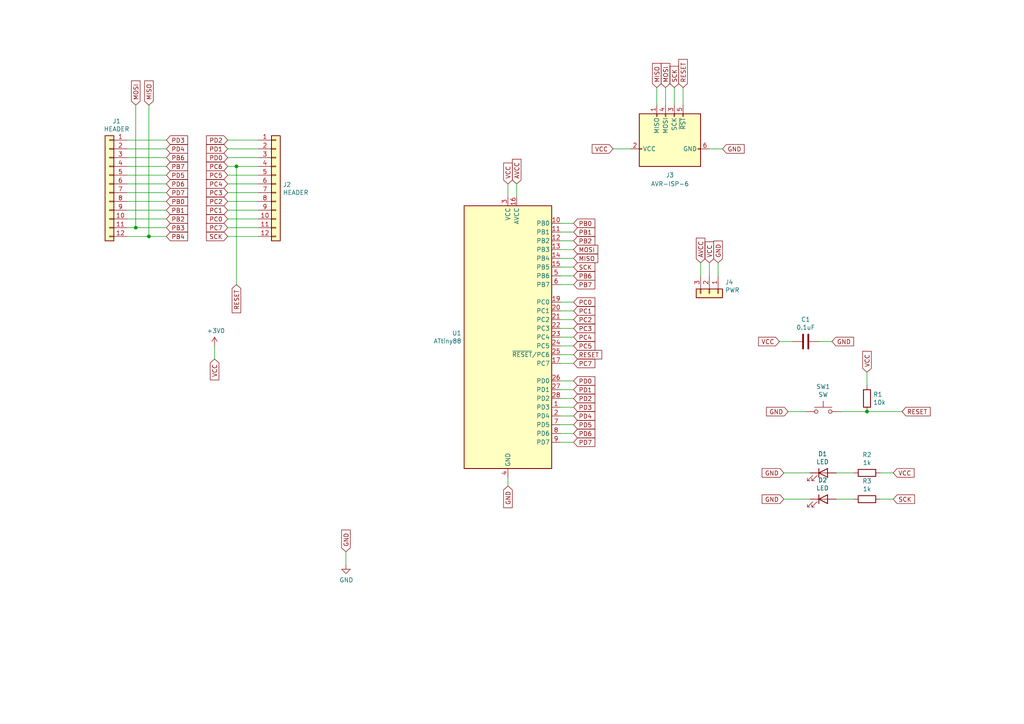
<source format=kicad_sch>
(kicad_sch (version 20201015) (generator eeschema)
  (paper "A4")
  (title_block (title "Breakout board for ATTiny 88") (date "2020-12-09") (rev "V 1.0.0.1") (comment 3 "License: Mozilla Public License 2.0") (comment 4 "Author: John Varghese"))
  (lib_symbols
    (symbol "Breakout_for_attiny88-rescue:ATtiny88-MMU-MCU_Microchip_ATtiny"
      (property "Reference" "U" (at -12.7 39.37 0))
      (property "Value" "ATtiny88-MMU-MCU_Microchip_ATtiny" (at 2.54 -39.37 0))
      (symbol "ATtiny88-MMU-MCU_Microchip_ATtiny_0_1"
        (rectangle (start -12.7 -38.1) (end 12.7 38.1) (stroke (width 0.254)) (fill (type background)))
      )
      (symbol "ATtiny88-MMU-MCU_Microchip_ATtiny_1_1"
        (pin bidirectional line (at 15.24 -20.32 180) (length 2.54) (name "PD3") (number "1"))
        (pin bidirectional line (at 15.24 33.02 180) (length 2.54) (name "PB0") (number "10"))
        (pin bidirectional line (at 15.24 30.48 180) (length 2.54) (name "PB1") (number "11"))
        (pin bidirectional line (at 15.24 27.94 180) (length 2.54) (name "PB2") (number "12"))
        (pin bidirectional line (at 15.24 25.4 180) (length 2.54) (name "PB3") (number "13"))
        (pin bidirectional line (at 15.24 22.86 180) (length 2.54) (name "PB4") (number "14"))
        (pin bidirectional line (at 15.24 20.32 180) (length 2.54) (name "PB5") (number "15"))
        (pin power_in line (at 2.54 40.64 270) (length 2.54) (name "AVCC") (number "16"))
        (pin bidirectional line (at 15.24 -7.62 180) (length 2.54) (name "PC7") (number "17"))
        (pin passive line (at 0 -40.64 90) (length 2.54) hide (name "GND") (number "18"))
        (pin bidirectional line (at 15.24 10.16 180) (length 2.54) (name "PC0") (number "19"))
        (pin bidirectional line (at 15.24 -22.86 180) (length 2.54) (name "PD4") (number "2"))
        (pin bidirectional line (at 15.24 7.62 180) (length 2.54) (name "PC1") (number "20"))
        (pin bidirectional line (at 15.24 5.08 180) (length 2.54) (name "PC2") (number "21"))
        (pin bidirectional line (at 15.24 2.54 180) (length 2.54) (name "PC3") (number "22"))
        (pin bidirectional line (at 15.24 0 180) (length 2.54) (name "PC4") (number "23"))
        (pin bidirectional line (at 15.24 -2.54 180) (length 2.54) (name "PC5") (number "24"))
        (pin bidirectional line (at 15.24 -5.08 180) (length 2.54) (name "~RESET~/PC6") (number "25"))
        (pin bidirectional line (at 15.24 -12.7 180) (length 2.54) (name "PD0") (number "26"))
        (pin bidirectional line (at 15.24 -15.24 180) (length 2.54) (name "PD1") (number "27"))
        (pin bidirectional line (at 15.24 -17.78 180) (length 2.54) (name "PD2") (number "28"))
        (pin passive line (at 0 -40.64 90) (length 2.54) hide (name "GND") (number "29"))
        (pin power_in line (at 0 40.64 270) (length 2.54) (name "VCC") (number "3"))
        (pin power_in line (at 0 -40.64 90) (length 2.54) (name "GND") (number "4"))
        (pin bidirectional line (at 15.24 17.78 180) (length 2.54) (name "PB6") (number "5"))
        (pin bidirectional line (at 15.24 15.24 180) (length 2.54) (name "PB7") (number "6"))
        (pin bidirectional line (at 15.24 -25.4 180) (length 2.54) (name "PD5") (number "7"))
        (pin bidirectional line (at 15.24 -27.94 180) (length 2.54) (name "PD6") (number "8"))
        (pin bidirectional line (at 15.24 -30.48 180) (length 2.54) (name "PD7") (number "9"))
      )
    )
    (symbol "Connector:AVR-ISP-6" (pin_names (offset 1.016))
      (property "Reference" "J" (at -6.35 11.43 0))
      (property "Value" "AVR-ISP-6" (at 0 11.43 0))
      (symbol "AVR-ISP-6_0_1"
        (rectangle (start -2.667 -6.858) (end -2.413 -7.62))
        (rectangle (start -2.667 10.16) (end -2.413 9.398))
        (rectangle (start 7.62 -2.413) (end 6.858 -2.667))
        (rectangle (start 7.62 0.127) (end 6.858 -0.127))
        (rectangle (start 7.62 2.667) (end 6.858 2.413))
        (rectangle (start 7.62 5.207) (end 6.858 4.953))
        (rectangle (start 7.62 10.16) (end -7.62 -7.62) (stroke (width 0.254)) (fill (type background)))
      )
      (symbol "AVR-ISP-6_1_1"
        (pin passive line (at 10.16 5.08 180) (length 2.54) (name "MISO") (number "1"))
        (pin passive line (at -2.54 12.7 270) (length 2.54) (name "VCC") (number "2"))
        (pin passive line (at 10.16 0 180) (length 2.54) (name "SCK") (number "3"))
        (pin passive line (at 10.16 2.54 180) (length 2.54) (name "MOSI") (number "4"))
        (pin passive line (at 10.16 -2.54 180) (length 2.54) (name "~RST") (number "5"))
        (pin passive line (at -2.54 -10.16 90) (length 2.54) (name "GND") (number "6"))
      )
    )
    (symbol "Connector_Generic:Conn_01x03" (pin_names (offset 1.016) hide)
      (property "Reference" "J" (at 0 5.08 0))
      (property "Value" "Conn_01x03" (at 0 -5.08 0))
      (symbol "Conn_01x03_1_1"
        (rectangle (start -1.27 -2.413) (end 0 -2.667) (stroke (width 0.1524)))
        (rectangle (start -1.27 2.667) (end 0 2.413) (stroke (width 0.1524)))
        (rectangle (start -1.27 3.81) (end 1.27 -3.81) (stroke (width 0.254)) (fill (type background)))
        (rectangle (start -1.27 0.127) (end 0 -0.127) (stroke (width 0.1524)))
        (pin passive line (at -5.08 2.54 0) (length 3.81) (name "Pin_1") (number "1"))
        (pin passive line (at -5.08 0 0) (length 3.81) (name "Pin_2") (number "2"))
        (pin passive line (at -5.08 -2.54 0) (length 3.81) (name "Pin_3") (number "3"))
      )
    )
    (symbol "Connector_Generic:Conn_01x12" (pin_names (offset 1.016) hide)
      (property "Reference" "J" (at 0 15.24 0))
      (property "Value" "Conn_01x12" (at 0 -17.78 0))
      (symbol "Conn_01x12_1_1"
        (rectangle (start -1.27 -4.953) (end 0 -5.207) (stroke (width 0.1524)))
        (rectangle (start -1.27 -7.493) (end 0 -7.747) (stroke (width 0.1524)))
        (rectangle (start -1.27 -10.033) (end 0 -10.287) (stroke (width 0.1524)))
        (rectangle (start -1.27 -12.573) (end 0 -12.827) (stroke (width 0.1524)))
        (rectangle (start -1.27 -15.113) (end 0 -15.367) (stroke (width 0.1524)))
        (rectangle (start -1.27 -2.413) (end 0 -2.667) (stroke (width 0.1524)))
        (rectangle (start -1.27 2.667) (end 0 2.413) (stroke (width 0.1524)))
        (rectangle (start -1.27 5.207) (end 0 4.953) (stroke (width 0.1524)))
        (rectangle (start -1.27 7.747) (end 0 7.493) (stroke (width 0.1524)))
        (rectangle (start -1.27 10.287) (end 0 10.033) (stroke (width 0.1524)))
        (rectangle (start -1.27 0.127) (end 0 -0.127) (stroke (width 0.1524)))
        (rectangle (start -1.27 12.827) (end 0 12.573) (stroke (width 0.1524)))
        (rectangle (start -1.27 13.97) (end 1.27 -16.51) (stroke (width 0.254)) (fill (type background)))
        (pin passive line (at -5.08 12.7 0) (length 3.81) (name "Pin_1") (number "1"))
        (pin passive line (at -5.08 -10.16 0) (length 3.81) (name "Pin_10") (number "10"))
        (pin passive line (at -5.08 -12.7 0) (length 3.81) (name "Pin_11") (number "11"))
        (pin passive line (at -5.08 -15.24 0) (length 3.81) (name "Pin_12") (number "12"))
        (pin passive line (at -5.08 10.16 0) (length 3.81) (name "Pin_2") (number "2"))
        (pin passive line (at -5.08 7.62 0) (length 3.81) (name "Pin_3") (number "3"))
        (pin passive line (at -5.08 5.08 0) (length 3.81) (name "Pin_4") (number "4"))
        (pin passive line (at -5.08 2.54 0) (length 3.81) (name "Pin_5") (number "5"))
        (pin passive line (at -5.08 0 0) (length 3.81) (name "Pin_6") (number "6"))
        (pin passive line (at -5.08 -2.54 0) (length 3.81) (name "Pin_7") (number "7"))
        (pin passive line (at -5.08 -5.08 0) (length 3.81) (name "Pin_8") (number "8"))
        (pin passive line (at -5.08 -7.62 0) (length 3.81) (name "Pin_9") (number "9"))
      )
    )
    (symbol "Device:C" (pin_numbers hide) (pin_names (offset 0.254))
      (property "Reference" "C" (at 0.635 2.54 0))
      (property "Value" "C" (at 0.635 -2.54 0))
      (symbol "C_0_1"
        (polyline (pts (xy -2.032 -0.762) (xy 2.032 -0.762)) (stroke (width 0.508)))
        (polyline (pts (xy -2.032 0.762) (xy 2.032 0.762)) (stroke (width 0.508)))
      )
      (symbol "C_1_1"
        (pin passive line (at 0 3.81 270) (length 2.794) (name "~") (number "1"))
        (pin passive line (at 0 -3.81 90) (length 2.794) (name "~") (number "2"))
      )
    )
    (symbol "Device:LED" (pin_numbers hide) (pin_names (offset 1.016) hide)
      (property "Reference" "D" (at 0 2.54 0))
      (property "Value" "LED" (at 0 -2.54 0))
      (symbol "LED_0_1"
        (polyline (pts (xy -1.27 -1.27) (xy -1.27 1.27)) (stroke (width 0.254)))
        (polyline (pts (xy -1.27 0) (xy 1.27 0)))
        (polyline (pts (xy 1.27 -1.27) (xy 1.27 1.27) (xy -1.27 0) (xy 1.27 -1.27)) (stroke (width 0.254)))
        (polyline (pts (xy -3.048 -0.762) (xy -4.572 -2.286) (xy -3.81 -2.286) (xy -4.572 -2.286) (xy -4.572 -1.524)))
        (polyline (pts (xy -1.778 -0.762) (xy -3.302 -2.286) (xy -2.54 -2.286) (xy -3.302 -2.286) (xy -3.302 -1.524)))
      )
      (symbol "LED_1_1"
        (pin passive line (at -3.81 0 0) (length 2.54) (name "K") (number "1"))
        (pin passive line (at 3.81 0 180) (length 2.54) (name "A") (number "2"))
      )
    )
    (symbol "Device:R" (pin_numbers hide) (pin_names (offset 0))
      (property "Reference" "R" (at 2.032 0 90))
      (property "Value" "R" (at 0 0 90))
      (symbol "R_0_1"
        (rectangle (start -1.016 -2.54) (end 1.016 2.54) (stroke (width 0.254)))
      )
      (symbol "R_1_1"
        (pin passive line (at 0 3.81 270) (length 1.27) (name "~") (number "1"))
        (pin passive line (at 0 -3.81 90) (length 1.27) (name "~") (number "2"))
      )
    )
    (symbol "Switch:SW_Push" (pin_numbers hide) (pin_names (offset 1.016) hide)
      (property "Reference" "SW" (at 1.27 2.54 0))
      (property "Value" "SW_Push" (at 0 -1.524 0))
      (symbol "SW_Push_0_1"
        (circle (center -2.032 0) (radius 0.508))
        (circle (center 2.032 0) (radius 0.508))
        (polyline (pts (xy 0 1.27) (xy 0 3.048)))
        (polyline (pts (xy 2.54 1.27) (xy -2.54 1.27)))
        (pin passive line (at -5.08 0 0) (length 2.54) (name "1") (number "1"))
        (pin passive line (at 5.08 0 180) (length 2.54) (name "2") (number "2"))
      )
    )
    (symbol "power:+3V0" (power) (pin_names (offset 0))
      (property "Value" "+3V0" (at 0 3.556 0))
      (symbol "+3V0_0_1"
        (polyline (pts (xy -0.762 1.27) (xy 0 2.54)))
        (polyline (pts (xy 0 0) (xy 0 2.54)))
        (polyline (pts (xy 0 2.54) (xy 0.762 1.27)))
      )
      (symbol "+3V0_1_1"
        (pin power_in line (at 0 0 90) (length 0) hide (name "+3V0") (number "1"))
      )
    )
    (symbol "power:GND" (power) (pin_names (offset 0))
      (property "Value" "GND" (at 0 -3.81 0))
      (symbol "GND_0_1"
        (polyline (pts (xy 0 0) (xy 0 -1.27) (xy 1.27 -1.27) (xy 0 -2.54) (xy -1.27 -1.27) (xy 0 -1.27)))
      )
      (symbol "GND_1_1"
        (pin power_in line (at 0 0 270) (length 0) hide (name "GND") (number "1"))
      )
    )
  )
  (junction (at 39.37 66.04) (diameter 0.9144))
  (junction (at 43.18 68.58) (diameter 0.9144))
  (junction (at 68.58 48.26) (diameter 0.9144))
  (junction (at 251.46 119.38) (diameter 0.9144))
  (wire (pts (xy 36.83 40.64) (xy 48.26 40.64)))
  (wire (pts (xy 36.83 45.72) (xy 48.26 45.72)))
  (wire (pts (xy 36.83 48.26) (xy 48.26 48.26)))
  (wire (pts (xy 36.83 50.8) (xy 48.26 50.8)))
  (wire (pts (xy 36.83 53.34) (xy 48.26 53.34)))
  (wire (pts (xy 36.83 55.88) (xy 48.26 55.88)))
  (wire (pts (xy 36.83 60.96) (xy 48.26 60.96)))
  (wire (pts (xy 36.83 66.04) (xy 39.37 66.04)))
  (wire (pts (xy 39.37 30.48) (xy 39.37 66.04)))
  (wire (pts (xy 39.37 66.04) (xy 48.26 66.04)))
  (wire (pts (xy 43.18 30.48) (xy 43.18 68.58)))
  (wire (pts (xy 43.18 68.58) (xy 36.83 68.58)))
  (wire (pts (xy 48.26 43.18) (xy 36.83 43.18)))
  (wire (pts (xy 48.26 58.42) (xy 36.83 58.42)))
  (wire (pts (xy 48.26 63.5) (xy 36.83 63.5)))
  (wire (pts (xy 48.26 68.58) (xy 43.18 68.58)))
  (wire (pts (xy 62.23 100.33) (xy 62.23 104.14)))
  (wire (pts (xy 66.04 43.18) (xy 74.93 43.18)))
  (wire (pts (xy 66.04 48.26) (xy 68.58 48.26)))
  (wire (pts (xy 66.04 53.34) (xy 74.93 53.34)))
  (wire (pts (xy 66.04 58.42) (xy 74.93 58.42)))
  (wire (pts (xy 66.04 63.5) (xy 74.93 63.5)))
  (wire (pts (xy 66.04 68.58) (xy 74.93 68.58)))
  (wire (pts (xy 68.58 48.26) (xy 74.93 48.26)))
  (wire (pts (xy 68.58 82.55) (xy 68.58 48.26)))
  (wire (pts (xy 74.93 40.64) (xy 66.04 40.64)))
  (wire (pts (xy 74.93 45.72) (xy 66.04 45.72)))
  (wire (pts (xy 74.93 50.8) (xy 66.04 50.8)))
  (wire (pts (xy 74.93 55.88) (xy 66.04 55.88)))
  (wire (pts (xy 74.93 60.96) (xy 66.04 60.96)))
  (wire (pts (xy 74.93 66.04) (xy 66.04 66.04)))
  (wire (pts (xy 100.33 160.02) (xy 100.33 163.83)))
  (wire (pts (xy 147.32 53.34) (xy 147.32 57.15)))
  (wire (pts (xy 147.32 138.43) (xy 147.32 140.97)))
  (wire (pts (xy 149.86 53.34) (xy 149.86 57.15)))
  (wire (pts (xy 162.56 74.93) (xy 166.37 74.93)))
  (wire (pts (xy 162.56 80.01) (xy 166.37 80.01)))
  (wire (pts (xy 162.56 87.63) (xy 166.37 87.63)))
  (wire (pts (xy 166.37 64.77) (xy 162.56 64.77)))
  (wire (pts (xy 166.37 67.31) (xy 162.56 67.31)))
  (wire (pts (xy 166.37 69.85) (xy 162.56 69.85)))
  (wire (pts (xy 166.37 72.39) (xy 162.56 72.39)))
  (wire (pts (xy 166.37 77.47) (xy 162.56 77.47)))
  (wire (pts (xy 166.37 82.55) (xy 162.56 82.55)))
  (wire (pts (xy 166.37 90.17) (xy 162.56 90.17)))
  (wire (pts (xy 166.37 92.71) (xy 162.56 92.71)))
  (wire (pts (xy 166.37 95.25) (xy 162.56 95.25)))
  (wire (pts (xy 166.37 97.79) (xy 162.56 97.79)))
  (wire (pts (xy 166.37 100.33) (xy 162.56 100.33)))
  (wire (pts (xy 166.37 102.87) (xy 162.56 102.87)))
  (wire (pts (xy 166.37 105.41) (xy 162.56 105.41)))
  (wire (pts (xy 166.37 110.49) (xy 162.56 110.49)))
  (wire (pts (xy 166.37 113.03) (xy 162.56 113.03)))
  (wire (pts (xy 166.37 115.57) (xy 162.56 115.57)))
  (wire (pts (xy 166.37 118.11) (xy 162.56 118.11)))
  (wire (pts (xy 166.37 120.65) (xy 162.56 120.65)))
  (wire (pts (xy 166.37 123.19) (xy 162.56 123.19)))
  (wire (pts (xy 166.37 125.73) (xy 162.56 125.73)))
  (wire (pts (xy 166.37 128.27) (xy 162.56 128.27)))
  (wire (pts (xy 177.8 43.18) (xy 182.88 43.18)))
  (wire (pts (xy 190.5 25.4) (xy 190.5 30.48)))
  (wire (pts (xy 193.04 25.4) (xy 193.04 30.48)))
  (wire (pts (xy 195.58 25.4) (xy 195.58 30.48)))
  (wire (pts (xy 198.12 25.4) (xy 198.12 30.48)))
  (wire (pts (xy 203.2 76.2) (xy 203.2 80.01)))
  (wire (pts (xy 205.74 43.18) (xy 209.55 43.18)))
  (wire (pts (xy 205.74 76.2) (xy 205.74 80.01)))
  (wire (pts (xy 208.28 76.2) (xy 208.28 80.01)))
  (wire (pts (xy 226.06 99.06) (xy 229.87 99.06)))
  (wire (pts (xy 228.6 119.38) (xy 233.68 119.38)))
  (wire (pts (xy 234.95 137.16) (xy 227.33 137.16)))
  (wire (pts (xy 234.95 144.78) (xy 227.33 144.78)))
  (wire (pts (xy 237.49 99.06) (xy 241.3 99.06)))
  (wire (pts (xy 243.84 119.38) (xy 251.46 119.38)))
  (wire (pts (xy 247.65 137.16) (xy 242.57 137.16)))
  (wire (pts (xy 247.65 144.78) (xy 242.57 144.78)))
  (wire (pts (xy 251.46 107.95) (xy 251.46 111.76)))
  (wire (pts (xy 251.46 119.38) (xy 261.62 119.38)))
  (wire (pts (xy 259.08 137.16) (xy 255.27 137.16)))
  (wire (pts (xy 259.08 144.78) (xy 255.27 144.78)))
  (global_label "MOSI" (shape input) (at 39.37 30.48 90) (property "Intersheet References" "${INTERSHEET_REFS}" (effects hide)))
  (global_label "MISO" (shape input) (at 43.18 30.48 90) (property "Intersheet References" "${INTERSHEET_REFS}" (effects hide)))
  (global_label "PD3" (shape input) (at 48.26 40.64 0) (property "Intersheet References" "${INTERSHEET_REFS}" (effects hide)))
  (global_label "PD4" (shape input) (at 48.26 43.18 0) (property "Intersheet References" "${INTERSHEET_REFS}" (effects hide)))
  (global_label "PB6" (shape input) (at 48.26 45.72 0) (property "Intersheet References" "${INTERSHEET_REFS}" (effects hide)))
  (global_label "PB7" (shape input) (at 48.26 48.26 0) (property "Intersheet References" "${INTERSHEET_REFS}" (effects hide)))
  (global_label "PD5" (shape input) (at 48.26 50.8 0) (property "Intersheet References" "${INTERSHEET_REFS}" (effects hide)))
  (global_label "PD6" (shape input) (at 48.26 53.34 0) (property "Intersheet References" "${INTERSHEET_REFS}" (effects hide)))
  (global_label "PD7" (shape input) (at 48.26 55.88 0) (property "Intersheet References" "${INTERSHEET_REFS}" (effects hide)))
  (global_label "PB0" (shape input) (at 48.26 58.42 0) (property "Intersheet References" "${INTERSHEET_REFS}" (effects hide)))
  (global_label "PB1" (shape input) (at 48.26 60.96 0) (property "Intersheet References" "${INTERSHEET_REFS}" (effects hide)))
  (global_label "PB2" (shape input) (at 48.26 63.5 0) (property "Intersheet References" "${INTERSHEET_REFS}" (effects hide)))
  (global_label "PB3" (shape input) (at 48.26 66.04 0) (property "Intersheet References" "${INTERSHEET_REFS}" (effects hide)))
  (global_label "PB4" (shape input) (at 48.26 68.58 0) (property "Intersheet References" "${INTERSHEET_REFS}" (effects hide)))
  (global_label "VCC" (shape input) (at 62.23 104.14 270) (property "Intersheet References" "${INTERSHEET_REFS}" (effects hide)))
  (global_label "PD2" (shape input) (at 66.04 40.64 180) (property "Intersheet References" "${INTERSHEET_REFS}" (effects hide)))
  (global_label "PD1" (shape input) (at 66.04 43.18 180) (property "Intersheet References" "${INTERSHEET_REFS}" (effects hide)))
  (global_label "PD0" (shape input) (at 66.04 45.72 180) (property "Intersheet References" "${INTERSHEET_REFS}" (effects hide)))
  (global_label "PC6" (shape input) (at 66.04 48.26 180) (property "Intersheet References" "${INTERSHEET_REFS}" (effects hide)))
  (global_label "PC5" (shape input) (at 66.04 50.8 180) (property "Intersheet References" "${INTERSHEET_REFS}" (effects hide)))
  (global_label "PC4" (shape input) (at 66.04 53.34 180) (property "Intersheet References" "${INTERSHEET_REFS}" (effects hide)))
  (global_label "PC3" (shape input) (at 66.04 55.88 180) (property "Intersheet References" "${INTERSHEET_REFS}" (effects hide)))
  (global_label "PC2" (shape input) (at 66.04 58.42 180) (property "Intersheet References" "${INTERSHEET_REFS}" (effects hide)))
  (global_label "PC1" (shape input) (at 66.04 60.96 180) (property "Intersheet References" "${INTERSHEET_REFS}" (effects hide)))
  (global_label "PC0" (shape input) (at 66.04 63.5 180) (property "Intersheet References" "${INTERSHEET_REFS}" (effects hide)))
  (global_label "PC7" (shape input) (at 66.04 66.04 180) (property "Intersheet References" "${INTERSHEET_REFS}" (effects hide)))
  (global_label "SCK" (shape input) (at 66.04 68.58 180) (property "Intersheet References" "${INTERSHEET_REFS}" (effects hide)))
  (global_label "RESET" (shape input) (at 68.58 82.55 270) (property "Intersheet References" "${INTERSHEET_REFS}" (effects hide)))
  (global_label "GND" (shape input) (at 100.33 160.02 90) (property "Intersheet References" "${INTERSHEET_REFS}" (effects hide)))
  (global_label "VCC" (shape input) (at 147.32 53.34 90) (property "Intersheet References" "${INTERSHEET_REFS}" (effects hide)))
  (global_label "GND" (shape input) (at 147.32 140.97 270) (property "Intersheet References" "${INTERSHEET_REFS}" (effects hide)))
  (global_label "AVCC" (shape input) (at 149.86 53.34 90) (property "Intersheet References" "${INTERSHEET_REFS}" (effects hide)))
  (global_label "PB0" (shape input) (at 166.37 64.77 0) (property "Intersheet References" "${INTERSHEET_REFS}" (effects hide)))
  (global_label "PB1" (shape input) (at 166.37 67.31 0) (property "Intersheet References" "${INTERSHEET_REFS}" (effects hide)))
  (global_label "PB2" (shape input) (at 166.37 69.85 0) (property "Intersheet References" "${INTERSHEET_REFS}" (effects hide)))
  (global_label "MOSI" (shape input) (at 166.37 72.39 0) (property "Intersheet References" "${INTERSHEET_REFS}" (effects hide)))
  (global_label "MISO" (shape input) (at 166.37 74.93 0) (property "Intersheet References" "${INTERSHEET_REFS}" (effects hide)))
  (global_label "SCK" (shape input) (at 166.37 77.47 0) (property "Intersheet References" "${INTERSHEET_REFS}" (effects hide)))
  (global_label "PB6" (shape input) (at 166.37 80.01 0) (property "Intersheet References" "${INTERSHEET_REFS}" (effects hide)))
  (global_label "PB7" (shape input) (at 166.37 82.55 0) (property "Intersheet References" "${INTERSHEET_REFS}" (effects hide)))
  (global_label "PC0" (shape input) (at 166.37 87.63 0) (property "Intersheet References" "${INTERSHEET_REFS}" (effects hide)))
  (global_label "PC1" (shape input) (at 166.37 90.17 0) (property "Intersheet References" "${INTERSHEET_REFS}" (effects hide)))
  (global_label "PC2" (shape input) (at 166.37 92.71 0) (property "Intersheet References" "${INTERSHEET_REFS}" (effects hide)))
  (global_label "PC3" (shape input) (at 166.37 95.25 0) (property "Intersheet References" "${INTERSHEET_REFS}" (effects hide)))
  (global_label "PC4" (shape input) (at 166.37 97.79 0) (property "Intersheet References" "${INTERSHEET_REFS}" (effects hide)))
  (global_label "PC5" (shape input) (at 166.37 100.33 0) (property "Intersheet References" "${INTERSHEET_REFS}" (effects hide)))
  (global_label "RESET" (shape input) (at 166.37 102.87 0) (property "Intersheet References" "${INTERSHEET_REFS}" (effects hide)))
  (global_label "PC7" (shape input) (at 166.37 105.41 0) (property "Intersheet References" "${INTERSHEET_REFS}" (effects hide)))
  (global_label "PD0" (shape input) (at 166.37 110.49 0) (property "Intersheet References" "${INTERSHEET_REFS}" (effects hide)))
  (global_label "PD1" (shape input) (at 166.37 113.03 0) (property "Intersheet References" "${INTERSHEET_REFS}" (effects hide)))
  (global_label "PD2" (shape input) (at 166.37 115.57 0) (property "Intersheet References" "${INTERSHEET_REFS}" (effects hide)))
  (global_label "PD3" (shape input) (at 166.37 118.11 0) (property "Intersheet References" "${INTERSHEET_REFS}" (effects hide)))
  (global_label "PD4" (shape input) (at 166.37 120.65 0) (property "Intersheet References" "${INTERSHEET_REFS}" (effects hide)))
  (global_label "PD5" (shape input) (at 166.37 123.19 0) (property "Intersheet References" "${INTERSHEET_REFS}" (effects hide)))
  (global_label "PD6" (shape input) (at 166.37 125.73 0) (property "Intersheet References" "${INTERSHEET_REFS}" (effects hide)))
  (global_label "PD7" (shape input) (at 166.37 128.27 0) (property "Intersheet References" "${INTERSHEET_REFS}" (effects hide)))
  (global_label "VCC" (shape input) (at 177.8 43.18 180) (property "Intersheet References" "${INTERSHEET_REFS}" (effects hide)))
  (global_label "MISO" (shape input) (at 190.5 25.4 90) (property "Intersheet References" "${INTERSHEET_REFS}" (effects hide)))
  (global_label "MOSI" (shape input) (at 193.04 25.4 90) (property "Intersheet References" "${INTERSHEET_REFS}" (effects hide)))
  (global_label "SCK" (shape input) (at 195.58 25.4 90) (property "Intersheet References" "${INTERSHEET_REFS}" (effects hide)))
  (global_label "RESET" (shape input) (at 198.12 25.4 90) (property "Intersheet References" "${INTERSHEET_REFS}" (effects hide)))
  (global_label "AVCC" (shape input) (at 203.2 76.2 90) (property "Intersheet References" "${INTERSHEET_REFS}" (effects hide)))
  (global_label "VCC" (shape input) (at 205.74 76.2 90) (property "Intersheet References" "${INTERSHEET_REFS}" (effects hide)))
  (global_label "GND" (shape input) (at 208.28 76.2 90) (property "Intersheet References" "${INTERSHEET_REFS}" (effects hide)))
  (global_label "GND" (shape input) (at 209.55 43.18 0) (property "Intersheet References" "${INTERSHEET_REFS}" (effects hide)))
  (global_label "VCC" (shape input) (at 226.06 99.06 180) (property "Intersheet References" "${INTERSHEET_REFS}" (effects hide)))
  (global_label "GND" (shape input) (at 227.33 137.16 180) (property "Intersheet References" "${INTERSHEET_REFS}" (effects hide)))
  (global_label "GND" (shape input) (at 227.33 144.78 180) (property "Intersheet References" "${INTERSHEET_REFS}" (effects hide)))
  (global_label "GND" (shape input) (at 228.6 119.38 180) (property "Intersheet References" "${INTERSHEET_REFS}" (effects hide)))
  (global_label "GND" (shape input) (at 241.3 99.06 0) (property "Intersheet References" "${INTERSHEET_REFS}" (effects hide)))
  (global_label "VCC" (shape input) (at 251.46 107.95 90) (property "Intersheet References" "${INTERSHEET_REFS}" (effects hide)))
  (global_label "VCC" (shape input) (at 259.08 137.16 0) (property "Intersheet References" "${INTERSHEET_REFS}" (effects hide)))
  (global_label "SCK" (shape input) (at 259.08 144.78 0) (property "Intersheet References" "${INTERSHEET_REFS}" (effects hide)))
  (global_label "RESET" (shape input) (at 261.62 119.38 0) (property "Intersheet References" "${INTERSHEET_REFS}" (effects hide)))
  (symbol (lib_id "power:+3V0") (at 62.23 100.33 0) (unit 1)
    (property "Reference" "#PWR0101" (effects hide))
    (property "Value" "+3V0" (at 62.611 95.9358 0))
  )
  (symbol (lib_id "power:GND") (at 100.33 163.83 0) (unit 1)
    (property "Reference" "#PWR0102" (effects hide))
    (property "Value" "GND" (at 100.457 168.2242 0))
  )
  (symbol (lib_id "Device:R") (at 251.46 115.57 0) (unit 1)
    (property "Reference" "R1" (at 253.238 114.4016 0) (effects (justify left)))
    (property "Value" "10k" (at 253.238 116.713 0) (effects (justify left)))
    (property "Footprint" "Resistor_SMD:R_0805_2012Metric_Pad1.20x1.40mm_HandSolder" (effects hide))
  )
  (symbol (lib_id "Device:R") (at 251.46 137.16 270) (unit 1)
    (property "Reference" "R2" (at 251.46 131.9022 90))
    (property "Value" "1k" (at 251.46 134.2136 90))
    (property "Footprint" "Resistors_SMD:R_0805_HandSoldering" (effects hide))
  )
  (symbol (lib_id "Device:R") (at 251.46 144.78 270) (unit 1)
    (property "Reference" "R3" (at 251.46 139.5222 90))
    (property "Value" "1k" (at 251.46 141.8336 90))
    (property "Footprint" "Resistors_SMD:R_0805_HandSoldering" (effects hide))
  )
  (symbol (lib_id "Device:LED") (at 238.76 137.16 0) (unit 1)
    (property "Reference" "D1" (at 238.5822 131.6482 0))
    (property "Value" "LED" (at 238.5822 133.9596 0))
    (property "Footprint" "LED_SMD:LED_0805_2012Metric_Pad1.15x1.40mm_HandSolder" (effects hide))
  )
  (symbol (lib_id "Device:LED") (at 238.76 144.78 0) (unit 1)
    (property "Reference" "D2" (at 238.5822 139.2682 0))
    (property "Value" "LED" (at 238.5822 141.5796 0))
    (property "Footprint" "LED_SMD:LED_0805_2012Metric_Pad1.15x1.40mm_HandSolder" (effects hide))
  )
  (symbol (lib_id "Device:C") (at 233.68 99.06 270) (unit 1)
    (property "Reference" "C1" (at 233.68 92.6592 90))
    (property "Value" "0.1uF" (at 233.68 94.9706 90))
    (property "Footprint" "Capacitor_SMD:C_0805_2012Metric_Pad1.18x1.45mm_HandSolder" (effects hide))
  )
  (symbol (lib_id "Switch:SW_Push") (at 238.76 119.38 0) (unit 1)
    (property "Reference" "SW1" (at 238.76 112.141 0))
    (property "Value" "SW" (at 238.76 114.4524 0))
    (property "Footprint" "rest_switch:push_button_switch" (effects hide))
  )
  (symbol (lib_id "Connector_Generic:Conn_01x03") (at 205.74 85.09 270) (unit 1)
    (property "Reference" "J4" (at 210.312 81.8388 90) (effects (justify left)))
    (property "Value" "PWR" (at 210.312 84.1502 90) (effects (justify left)))
    (property "Footprint" "Pin_Headers:Pin_Header_Straight_1x03_Pitch2.54mm" (effects hide))
  )
  (symbol (lib_id "Connector_Generic:Conn_01x12") (at 31.75 53.34 0) (mirror y) (unit 1)
    (property "Reference" "J1" (at 33.8328 35.1282 0))
    (property "Value" "HEADER" (at 33.8328 37.4396 0))
    (property "Footprint" "Pin_Headers:Pin_Header_Straight_1x12_Pitch2.54mm" (effects hide))
  )
  (symbol (lib_id "Connector_Generic:Conn_01x12") (at 80.01 53.34 0) (unit 1)
    (property "Reference" "J2" (at 82.042 53.5432 0) (effects (justify left)))
    (property "Value" "HEADER" (at 82.042 55.8546 0) (effects (justify left)))
    (property "Footprint" "Pin_Headers:Pin_Header_Straight_1x12_Pitch2.54mm" (effects hide))
  )
  (symbol (lib_id "Connector:AVR-ISP-6") (at 195.58 40.64 90) (unit 1)
    (property "Reference" "J3" (at 194.31 50.8 90))
    (property "Value" "AVR-ISP-6" (at 194.31 53.34 90))
    (property "Footprint" "Connector_IDC:IDC-Header_2x03_P2.54mm_Vertical" (effects hide))
    (property "Datasheet" " ~" (effects hide))
  )
  (symbol (lib_id "Breakout_for_attiny88-rescue:ATtiny88-MMU-MCU_Microchip_ATtiny") (at 147.32 97.79 0) (unit 1)
    (property "Reference" "U1" (at 133.858 96.6216 0) (effects (justify right)))
    (property "Value" "ATtiny88" (at 133.858 98.933 0) (effects (justify right)))
    (property "Footprint" "SamacSys_Parts:QFN45P400X400X100-29N-D" (effects hide))
    (property "Datasheet" "http://ww1.microchip.com/downloads/en/DeviceDoc/doc8008.pdf" (effects hide))
  )
)
</source>
